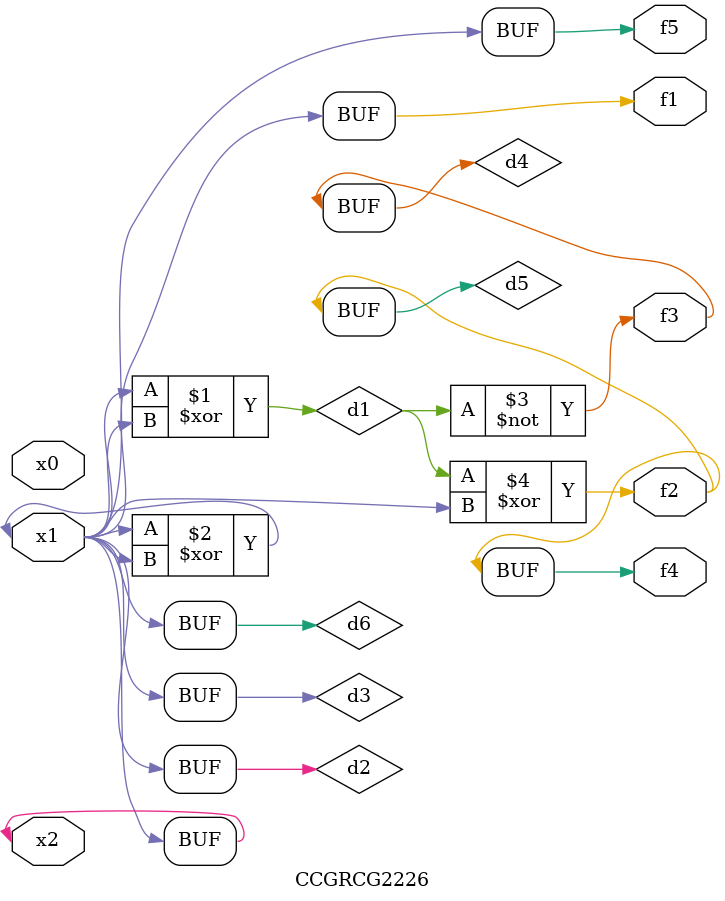
<source format=v>
module CCGRCG2226(
	input x0, x1, x2,
	output f1, f2, f3, f4, f5
);

	wire d1, d2, d3, d4, d5, d6;

	xor (d1, x1, x2);
	buf (d2, x1, x2);
	xor (d3, x1, x2);
	nor (d4, d1);
	xor (d5, d1, d2);
	buf (d6, d2, d3);
	assign f1 = d6;
	assign f2 = d5;
	assign f3 = d4;
	assign f4 = d5;
	assign f5 = d6;
endmodule

</source>
